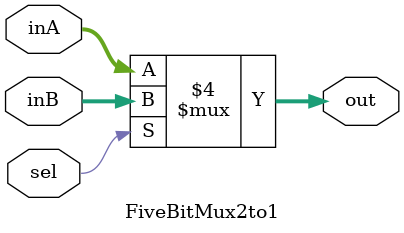
<source format=v>
`timescale 1ns / 1ps


module FiveBitMux2to1(out, inA, inB, sel);
// FiveBitMux2To1 muxRegDst(.out(RegDest), .inA(RtData_EX), .inB(RdData_EX), .sel(RegDst_EX));

    output reg [4:0] out;

    input [4:0] inA;
    input [4:0] inB;
    input sel;

    always @(*) begin
        if (sel == 0) begin
            out <= inA;
        end
        else begin
            out <= inB;
        end
    end


endmodule

</source>
